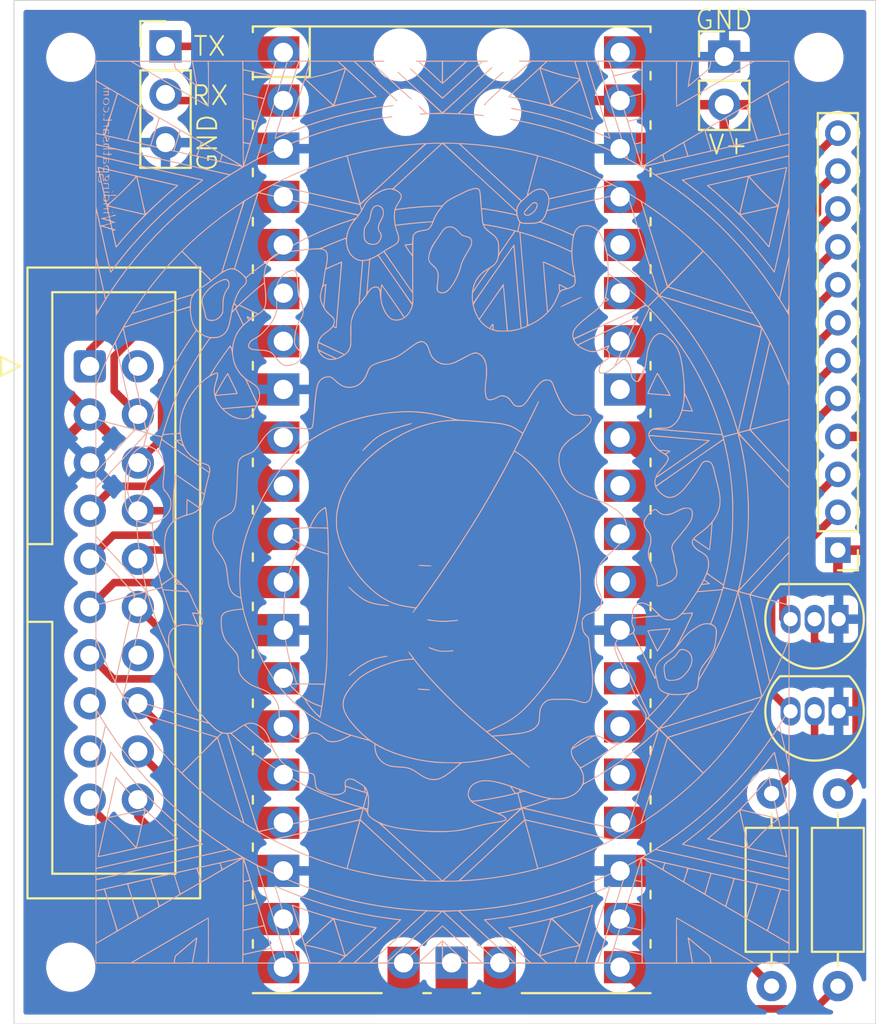
<source format=kicad_pcb>
(kicad_pcb (version 20240108) (generator "pcbnew") (generator_version "8.0")
  (layers (0 "F.Cu" signal) (31 "B.Cu" signal) (34 "B.Paste" user) (35 "F.Paste" user) (36 "B.SilkS" user "B.Silkscreen") (37 "F.SilkS" user "F.Silkscreen") (38 "B.Mask" user) (39 "F.Mask" user) (44 "Edge.Cuts" user))
  (net 0 "")
  (net 1 "Digit 3")
  (net 2 "B")
  (net 3 "Digit 8")
  (net 4 "Digit 7")
  (net 5 "+5V")
  (net 6 "Digit 4")
  (net 7 "A")
  (net 8 "PAPER HOLD BTN")
  (net 9 "RESET BTN")
  (net 11 "Digit 6")
  (net 12 "Digit 9")
  (net 13 "Digit 10")
  (net 14 "Digit 2")
  (net 15 "D")
  (net 16 "C")
  (net 17 "GND")
  (net 18 "Digit 1")
  (net 20 "Digit 5")
  (net 21 "COL 5")
  (net 22 "COL 4")
  (net 23 "COL 2")
  (net 24 "ROW 1")
  (net 25 "COL 3")
  (net 26 "COL 1")
  (net 27 "PEN BTN")
  (net 28 "ROW 2")
  (net 29 "PEN LED")
  (net 30 "PWR LED")
  (net 31 "UART RX")
  (net 32 "UART TX")
  (net 33 "Net-(Q1-B)")
  (net 34 "Net-(Q2-B)")
  (net 35 "PWR LED CTRL")
  (net 36 "PEN LED CTRL")
  (footprint "MountingHole:MountingHole_2.1mm" (layer "F.Cu") (at 124 120)
    (property "Reference" "REF**" (hide yes))
    (property "Value" "MountingHole_2.1mm" (hide yes))
    (pad "" np_thru_hole circle (at 0 0) (size 2.1 2.1) (drill 2.1) (layers "*.Cu" "*.Mask"))
  )
  (footprint "Resistor_THT:R_Axial_DIN0207_L6.3mm_D2.5mm_P10.16mm_Horizontal" (layer "F.Cu") (at 164.5 121 90)
    (property "Reference" "R1" (hide yes))
    (property "Value" "10K")
    (pad "1" thru_hole circle (at 0 0 90) (size 1.6 1.6) (drill 0.8) (layers "*.Cu" "*.Mask") (net 35 "PWR LED CTRL"))
    (pad "2" thru_hole oval (at 10.16 0 90) (size 1.6 1.6) (drill 0.8) (layers "*.Cu" "*.Mask") (net 33 "Net-(Q1-B)"))
  )
  (footprint "Package_TO_SOT_THT:TO-92_Inline" (layer "F.Cu") (at 164.54 101.64 180)
    (property "Reference" "Q1" (hide yes))
    (property "Value" "2N3904" (hide yes))
    (pad "1" thru_hole rect (at 0 0 180) (size 1.05 1.5) (drill 0.75) (layers "*.Cu" "*.Mask") (net 17 "GND"))
    (pad "2" thru_hole oval (at 1.27 0 180) (size 1.05 1.5) (drill 0.75) (layers "*.Cu" "*.Mask") (net 33 "Net-(Q1-B)"))
    (pad "3" thru_hole oval (at 2.54 0 180) (size 1.05 1.5) (drill 0.75) (layers "*.Cu" "*.Mask") (net 30 "PWR LED"))
  )
  (footprint "MCU_RaspberryPi_and_Boards:RPi_Pico_SMD_TH" (layer "F.Cu") (at 144.11 95.87)
    (property "Reference" "U1" (hide yes))
    (property "Value" "Pico")
    (pad "" np_thru_hole oval (at -2.725 -24) (size 1.8 1.8) (drill 1.8) (layers "*.Cu" "*.Mask"))
    (pad "" np_thru_hole oval (at -2.425 -20.97) (size 1.5 1.5) (drill 1.5) (layers "*.Cu" "*.Mask"))
    (pad "" np_thru_hole oval (at 2.425 -20.97) (size 1.5 1.5) (drill 1.5) (layers "*.Cu" "*.Mask"))
    (pad "" np_thru_hole oval (at 2.725 -24) (size 1.8 1.8) (drill 1.8) (layers "*.Cu" "*.Mask"))
    (pad "1" thru_hole oval (at -8.89 -24.13) (size 1.7 1.7) (drill 1.02) (layers "*.Cu" "*.Mask") (net 32 "UART TX"))
    (pad "1" smd rect (at -8.89 -24.13) (size 3.5 1.7) (drill (offset -0.9 0)) (layers "F.Cu" "F.Mask") (net 32 "UART TX"))
    (pad "2" thru_hole oval (at -8.89 -21.59) (size 1.7 1.7) (drill 1.02) (layers "*.Cu" "*.Mask") (net 31 "UART RX"))
    (pad "2" smd rect (at -8.89 -21.59) (size 3.5 1.7) (drill (offset -0.9 0)) (layers "F.Cu" "F.Mask") (net 31 "UART RX"))
    (pad "3" thru_hole rect (at -8.89 -19.05) (size 1.7 1.7) (drill 1.02) (layers "*.Cu" "*.Mask") (net 17 "GND"))
    (pad "3" smd rect (at -8.89 -19.05) (size 3.5 1.7) (drill (offset -0.9 0)) (layers "F.Cu" "F.Mask") (net 17 "GND"))
    (pad "4" thru_hole oval (at -8.89 -16.51) (size 1.7 1.7) (drill 1.02) (layers "*.Cu" "*.Mask") (net 8 "PAPER HOLD BTN"))
    (pad "4" smd rect (at -8.89 -16.51) (size 3.5 1.7) (drill (offset -0.9 0)) (layers "F.Cu" "F.Mask") (net 8 "PAPER HOLD BTN"))
    (pad "5" thru_hole oval (at -8.89 -13.97) (size 1.7 1.7) (drill 1.02) (layers "*.Cu" "*.Mask") (net 9 "RESET BTN"))
    (pad "5" smd rect (at -8.89 -13.97) (size 3.5 1.7) (drill (offset -0.9 0)) (layers "F.Cu" "F.Mask") (net 9 "RESET BTN"))
    (pad "6" thru_hole oval (at -8.89 -11.43) (size 1.7 1.7) (drill 1.02) (layers "*.Cu" "*.Mask") (net 2 "B"))
    (pad "6" smd rect (at -8.89 -11.43) (size 3.5 1.7) (drill (offset -0.9 0)) (layers "F.Cu" "F.Mask") (net 2 "B"))
    (pad "7" thru_hole oval (at -8.89 -8.89) (size 1.7 1.7) (drill 1.02) (layers "*.Cu" "*.Mask") (net 13 "Digit 10"))
    (pad "7" smd rect (at -8.89 -8.89) (size 3.5 1.7) (drill (offset -0.9 0)) (layers "F.Cu" "F.Mask") (net 13 "Digit 10"))
    (pad "8" thru_hole rect (at -8.89 -6.35) (size 1.7 1.7) (drill 1.02) (layers "*.Cu" "*.Mask") (net 17 "GND"))
    (pad "8" smd rect (at -8.89 -6.35) (size 3.5 1.7) (drill (offset -0.9 0)) (layers "F.Cu" "F.Mask") (net 17 "GND"))
    (pad "9" thru_hole oval (at -8.89 -3.81) (size 1.7 1.7) (drill 1.02) (layers "*.Cu" "*.Mask") (net 16 "C"))
    (pad "9" smd rect (at -8.89 -3.81) (size 3.5 1.7) (drill (offset -0.9 0)) (layers "F.Cu" "F.Mask") (net 16 "C"))
    (pad "10" thru_hole oval (at -8.89 -1.27) (size 1.7 1.7) (drill 1.02) (layers "*.Cu" "*.Mask") (net 12 "Digit 9"))
    (pad "10" smd rect (at -8.89 -1.27) (size 3.5 1.7) (drill (offset -0.9 0)) (layers "F.Cu" "F.Mask") (net 12 "Digit 9"))
    (pad "11" thru_hole oval (at -8.89 1.27) (size 1.7 1.7) (drill 1.02) (layers "*.Cu" "*.Mask") (net 15 "D"))
    (pad "11" smd rect (at -8.89 1.27) (size 3.5 1.7) (drill (offset -0.9 0)) (layers "F.Cu" "F.Mask") (net 15 "D"))
    (pad "12" thru_hole oval (at -8.89 3.81) (size 1.7 1.7) (drill 1.02) (layers "*.Cu" "*.Mask") (net 3 "Digit 8"))
    (pad "12" smd rect (at -8.89 3.81) (size 3.5 1.7) (drill (offset -0.9 0)) (layers "F.Cu" "F.Mask") (net 3 "Digit 8"))
    (pad "13" thru_hole rect (at -8.89 6.35) (size 1.7 1.7) (drill 1.02) (layers "*.Cu" "*.Mask") (net 17 "GND"))
    (pad "13" smd rect (at -8.89 6.35) (size 3.5 1.7) (drill (offset -0.9 0)) (layers "F.Cu" "F.Mask") (net 17 "GND"))
    (pad "14" thru_hole oval (at -8.89 8.89) (size 1.7 1.7) (drill 1.02) (layers "*.Cu" "*.Mask") (net 7 "A"))
    (pad "14" smd rect (at -8.89 8.89) (size 3.5 1.7) (drill (offset -0.9 0)) (layers "F.Cu" "F.Mask") (net 7 "A"))
    (pad "15" thru_hole oval (at -8.89 11.43) (size 1.7 1.7) (drill 1.02) (layers "*.Cu" "*.Mask") (net 4 "Digit 7"))
    (pad "15" smd rect (at -8.89 11.43) (size 3.5 1.7) (drill (offset -0.9 0)) (layers "F.Cu" "F.Mask") (net 4 "Digit 7"))
    (pad "16" thru_hole oval (at -8.89 13.97) (size 1.7 1.7) (drill 1.02) (layers "*.Cu" "*.Mask") (net 14 "Digit 2"))
    (pad "16" smd rect (at -8.89 13.97) (size 3.5 1.7) (drill (offset -0.9 0)) (layers "F.Cu" "F.Mask") (net 14 "Digit 2"))
    (pad "17" thru_hole oval (at -8.89 16.51) (size 1.7 1.7) (drill 1.02) (layers "*.Cu" "*.Mask") (net 6 "Digit 4"))
    (pad "17" smd rect (at -8.89 16.51) (size 3.5 1.7) (drill (offset -0.9 0)) (layers "F.Cu" "F.Mask") (net 6 "Digit 4"))
    (pad "18" thru_hole rect (at -8.89 19.05) (size 1.7 1.7) (drill 1.02) (layers "*.Cu" "*.Mask") (net 17 "GND"))
    (pad "18" smd rect (at -8.89 19.05) (size 3.5 1.7) (drill (offset -0.9 0)) (layers "F.Cu" "F.Mask") (net 17 "GND"))
    (pad "19" thru_hole oval (at -8.89 21.59) (size 1.7 1.7) (drill 1.02) (layers "*.Cu" "*.Mask") (net 1 "Digit 3"))
    (pad "19" smd rect (at -8.89 21.59) (size 3.5 1.7) (drill (offset -0.9 0)) (layers "F.Cu" "F.Mask") (net 1 "Digit 3"))
    (pad "20" thru_hole oval (at -8.89 24.13) (size 1.7 1.7) (drill 1.02) (layers "*.Cu" "*.Mask") (net 20 "Digit 5"))
    (pad "20" smd rect (at -8.89 24.13) (size 3.5 1.7) (drill (offset -0.9 0)) (layers "F.Cu" "F.Mask") (net 20 "Digit 5"))
    (pad "21" thru_hole oval (at 8.89 24.13) (size 1.7 1.7) (drill 1.02) (layers "*.Cu" "*.Mask") (net 35 "PWR LED CTRL"))
    (pad "21" smd rect (at 8.89 24.13) (size 3.5 1.7) (drill (offset 0.9 0)) (layers "F.Cu" "F.Mask") (net 35 "PWR LED CTRL"))
    (pad "22" thru_hole oval (at 8.89 21.59) (size 1.7 1.7) (drill 1.02) (layers "*.Cu" "*.Mask") (net 36 "PEN LED CTRL"))
    (pad "22" smd rect (at 8.89 21.59) (size 3.5 1.7) (drill (offset 0.9 0)) (layers "F.Cu" "F.Mask") (net 36 "PEN LED CTRL"))
    (pad "23" thru_hole rect (at 8.89 19.05) (size 1.7 1.7) (drill 1.02) (layers "*.Cu" "*.Mask") (net 17 "GND"))
    (pad "23" smd rect (at 8.89 19.05) (size 3.5 1.7) (drill (offset 0.9 0)) (layers "F.Cu" "F.Mask") (net 17 "GND"))
    (pad "24" thru_hole oval (at 8.89 16.51) (size 1.7 1.7) (drill 1.02) (layers "*.Cu" "*.Mask") (net 27 "PEN BTN"))
    (pad "24" smd rect (at 8.89 16.51) (size 3.5 1.7) (drill (offset 0.9 0)) (layers "F.Cu" "F.Mask") (net 27 "PEN BTN"))
    (pad "25" thru_hole oval (at 8.89 13.97) (size 1.7 1.7) (drill 1.02) (layers "*.Cu" "*.Mask") (net 26 "COL 1"))
    (pad "25" smd rect (at 8.89 13.97) (size 3.5 1.7) (drill (offset 0.9 0)) (layers "F.Cu" "F.Mask") (net 26 "COL 1"))
    (pad "26" thru_hole oval (at 8.89 11.43) (size 1.7 1.7) (drill 1.02) (layers "*.Cu" "*.Mask") (net 23 "COL 2"))
    (pad "26" smd rect (at 8.89 11.43) (size 3.5 1.7) (drill (offset 0.9 0)) (layers "F.Cu" "F.Mask") (net 23 "COL 2"))
    (pad "27" thru_hole oval (at 8.89 8.89) (size 1.7 1.7) (drill 1.02) (layers "*.Cu" "*.Mask") (net 25 "COL 3"))
    (pad "27" smd rect (at 8.89 8.89) (size 3.5 1.7) (drill (offset 0.9 0)) (layers "F.Cu" "F.Mask") (net 25 "COL 3"))
    (pad "28" thru_hole rect (at 8.89 6.35) (size 1.7 1.7) (drill 1.02) (layers "*.Cu" "*.Mask") (net 17 "GND"))
    (pad "28" smd rect (at 8.89 6.35) (size 3.5 1.7) (drill (offset 0.9 0)) (layers "F.Cu" "F.Mask") (net 17 "GND"))
    (pad "29" thru_hole oval (at 8.89 3.81) (size 1.7 1.7) (drill 1.02) (layers "*.Cu" "*.Mask") (net 22 "COL 4"))
    (pad "29" smd rect (at 8.89 3.81) (size 3.5 1.7) (drill (offset 0.9 0)) (layers "F.Cu" "F.Mask") (net 22 "COL 4"))
    (pad "30" thru_hole oval (at 8.89 1.27) (size 1.7 1.7) (drill 1.02) (layers "*.Cu" "*.Mask"))
    (pad "30" smd rect (at 8.89 1.27) (size 3.5 1.7) (drill (offset 0.9 0)) (layers "F.Cu" "F.Mask"))
    (pad "31" thru_hole oval (at 8.89 -1.27) (size 1.7 1.7) (drill 1.02) (layers "*.Cu" "*.Mask") (net 21 "COL 5"))
    (pad "31" smd rect (at 8.89 -1.27) (size 3.5 1.7) (drill (offset 0.9 0)) (layers "F.Cu" "F.Mask") (net 21 "COL 5"))
    (pad "32" thru_hole oval (at 8.89 -3.81) (size 1.7 1.7) (drill 1.02) (layers "*.Cu" "*.Mask") (net 24 "ROW 1"))
    (pad "32" smd rect (at 8.89 -3.81) (size 3.5 1.7) (drill (offset 0.9 0)) (layers "F.Cu" "F.Mask") (net 24 "ROW 1"))
    (pad "33" thru_hole rect (at 8.89 -6.35) (size 1.7 1.7) (drill 1.02) (layers "*.Cu" "*.Mask"))
    (pad "33" smd rect (at 8.89 -6.35) (size 3.5 1.7) (drill (offset 0.9 0)) (layers "F.Cu" "F.Mask"))
    (pad "34" thru_hole oval (at 8.89 -8.89) (size 1.7 1.7) (drill 1.02) (layers "*.Cu" "*.Mask") (net 28 "ROW 2"))
    (pad "34" smd rect (at 8.89 -8.89) (size 3.5 1.7) (drill (offset 0.9 0)) (layers "F.Cu" "F.Mask") (net 28 "ROW 2"))
    (pad "35" thru_hole oval (at 8.89 -11.43) (size 1.7 1.7) (drill 1.02) (layers "*.Cu" "*.Mask"))
    (pad "35" smd rect (at 8.89 -11.43) (size 3.5 1.7) (drill (offset 0.9 0)) (layers "F.Cu" "F.Mask"))
    (pad "36" thru_hole oval (at 8.89 -13.97) (size 1.7 1.7) (drill 1.02) (layers "*.Cu" "*.Mask"))
    (pad "36" smd rect (at 8.89 -13.97) (size 3.5 1.7) (drill (offset 0.9 0)) (layers "F.Cu" "F.Mask"))
    (pad "37" thru_hole oval (at 8.89 -16.51) (size 1.7 1.7) (drill 1.02) (layers "*.Cu" "*.Mask"))
    (pad "37" smd rect (at 8.89 -16.51) (size 3.5 1.7) (drill (offset 0.9 0)) (layers "F.Cu" "F.Mask"))
    (pad "38" thru_hole rect (at 8.89 -19.05) (size 1.7 1.7) (drill 1.02) (layers "*.Cu" "*.Mask") (net 17 "GND"))
    (pad "38" smd rect (at 8.89 -19.05) (size 3.5 1.7) (drill (offset 0.9 0)) (layers "F.Cu" "F.Mask") (net 17 "GND"))
    (pad "39" thru_hole oval (at 8.89 -21.59) (size 1.7 1.7) (drill 1.02) (layers "*.Cu" "*.Mask") (net 5 "+5V"))
    (pad "39" smd rect (at 8.89 -21.59) (size 3.5 1.7) (drill (offset 0.9 0)) (layers "F.Cu" "F.Mask") (net 5 "+5V"))
    (pad "40" thru_hole oval (at 8.89 -24.13) (size 1.7 1.7) (drill 1.02) (layers "*.Cu" "*.Mask"))
    (pad "40" smd rect (at 8.89 -24.13) (size 3.5 1.7) (drill (offset 0.9 0)) (layers "F.Cu" "F.Mask"))
    (pad "41" thru_hole oval (at -2.54 23.9) (size 1.7 1.7) (drill 1.02) (layers "*.Cu" "*.Mask"))
    (pad "41" smd rect (at -2.54 23.9 90) (size 3.5 1.7) (drill (offset -0.9 0)) (layers "F.Cu" "F.Mask"))
    (pad "42" thru_hole rect (at 0 23.9) (size 1.7 1.7) (drill 1.02) (layers "*.Cu" "*.Mask"))
    (pad "42" smd rect (at 0 23.9 90) (size 3.5 1.7) (drill (offset -0.9 0)) (layers "F.Cu" "F.Mask"))
    (pad "43" thru_hole oval (at 2.54 23.9) (size 1.7 1.7) (drill 1.02) (layers "*.Cu" "*.Mask"))
    (pad "43" smd rect (at 2.54 23.9 90) (size 3.5 1.7) (drill (offset -0.9 0)) (layers "F.Cu" "F.Mask"))
  )
  (footprint "Resistor_THT:R_Axial_DIN0207_L6.3mm_D2.5mm_P10.16mm_Horizontal" (layer "F.Cu") (at 161 121 90)
    (property "Reference" "R2" (hide yes))
    (property "Value" "10K")
    (pad "1" thru_hole circle (at 0 0 90) (size 1.6 1.6) (drill 0.8) (layers "*.Cu" "*.Mask") (net 36 "PEN LED CTRL"))
    (pad "2" thru_hole oval (at 10.16 0 90) (size 1.6 1.6) (drill 0.8) (layers "*.Cu" "*.Mask") (net 34 "Net-(Q2-B)"))
  )
  (footprint "Connector_PinHeader_2.54mm:PinHeader_1x02_P2.54mm_Vertical" (layer "F.Cu") (at 158.5 71.96)
    (property "Reference" "J4" (hide yes))
    (property "Value" "Conn_01x02" (hide yes))
    (pad "1" thru_hole rect (at 0 0) (size 1.7 1.7) (drill 1) (layers "*.Cu" "*.Mask") (net 17 "GND"))
    (pad "2" thru_hole oval (at 0 2.54) (size 1.7 1.7) (drill 1) (layers "*.Cu" "*.Mask") (net 5 "+5V"))
  )
  (footprint "MountingHole:MountingHole_2.1mm" (layer "F.Cu") (at 124 72)
    (property "Reference" "REF**" (hide yes))
    (property "Value" "MountingHole_2.1mm" (hide yes))
    (pad "" np_thru_hole circle (at 0 0) (size 2.1 2.1) (drill 2.1) (layers "*.Cu" "*.Mask"))
  )
  (footprint "Package_TO_SOT_THT:TO-92_Inline" (layer "F.Cu") (at 164.54 106.5 180)
    (property "Reference" "Q2" (hide yes))
    (property "Value" "2N3904" (hide yes))
    (pad "1" thru_hole rect (at 0 0 180) (size 1.05 1.5) (drill 0.75) (layers "*.Cu" "*.Mask") (net 17 "GND"))
    (pad "2" thru_hole oval (at 1.27 0 180) (size 1.05 1.5) (drill 0.75) (layers "*.Cu" "*.Mask") (net 34 "Net-(Q2-B)"))
    (pad "3" thru_hole oval (at 2.54 0 180) (size 1.05 1.5) (drill 0.75) (layers "*.Cu" "*.Mask") (net 29 "PEN LED"))
  )
  (footprint "Connector_IDC:IDC-Header_2x10_P2.54mm_Vertical" (layer "F.Cu") (at 125 88.3)
    (property "Reference" "J1" (hide yes))
    (property "Value" "Conn_02x10_Odd_Even" (hide yes))
    (pad "1" thru_hole roundrect (at 0 0) (size 1.7 1.7) (drill 1) (layers "*.Cu" "*.Mask") (roundrect_rratio 0.147059) (net 8 "PAPER HOLD BTN"))
    (pad "2" thru_hole circle (at 2.54 0) (size 1.7 1.7) (drill 1) (layers "*.Cu" "*.Mask"))
    (pad "3" thru_hole circle (at 0 2.54) (size 1.7 1.7) (drill 1) (layers "*.Cu" "*.Mask") (net 5 "+5V"))
    (pad "4" thru_hole circle (at 2.54 2.54) (size 1.7 1.7) (drill 1) (layers "*.Cu" "*.Mask") (net 9 "RESET BTN"))
    (pad "5" thru_hole circle (at 0 5.08) (size 1.7 1.7) (drill 1) (layers "*.Cu" "*.Mask") (net 17 "GND"))
    (pad "6" thru_hole circle (at 2.54 5.08) (size 1.7 1.7) (drill 1) (layers "*.Cu" "*.Mask") (net 2 "B"))
    (pad "7" thru_hole circle (at 0 7.62) (size 1.7 1.7) (drill 1) (layers "*.Cu" "*.Mask") (net 13 "Digit 10"))
    (pad "8" thru_hole circle (at 2.54 7.62) (size 1.7 1.7) (drill 1) (layers "*.Cu" "*.Mask") (net 16 "C"))
    (pad "9" thru_hole circle (at 0 10.16) (size 1.7 1.7) (drill 1) (layers "*.Cu" "*.Mask") (net 12 "Digit 9"))
    (pad "10" thru_hole circle (at 2.54 10.16) (size 1.7 1.7) (drill 1) (layers "*.Cu" "*.Mask") (net 15 "D"))
    (pad "11" thru_hole circle (at 0 12.7) (size 1.7 1.7) (drill 1) (layers "*.Cu" "*.Mask") (net 3 "Digit 8"))
    (pad "12" thru_hole circle (at 2.54 12.7) (size 1.7 1.7) (drill 1) (layers "*.Cu" "*.Mask") (net 7 "A"))
    (pad "13" thru_hole circle (at 0 15.24) (size 1.7 1.7) (drill 1) (layers "*.Cu" "*.Mask") (net 4 "Digit 7"))
    (pad "14" thru_hole circle (at 2.54 15.24) (size 1.7 1.7) (drill 1) (layers "*.Cu" "*.Mask") (net 18 "Digit 1"))
    (pad "15" thru_hole circle (at 0 17.78) (size 1.7 1.7) (drill 1) (layers "*.Cu" "*.Mask") (net 11 "Digit 6"))
    (pad "16" thru_hole circle (at 2.54 17.78) (size 1.7 1.7) (drill 1) (layers "*.Cu" "*.Mask") (net 14 "Digit 2"))
    (pad "17" thru_hole circle (at 0 20.32) (size 1.7 1.7) (drill 1) (layers "*.Cu" "*.Mask"))
    (pad "18" thru_hole circle (at 2.54 20.32) (size 1.7 1.7) (drill 1) (layers "*.Cu" "*.Mask") (net 6 "Digit 4"))
    (pad "19" thru_hole circle (at 0 22.86) (size 1.7 1.7) (drill 1) (layers "*.Cu" "*.Mask") (net 20 "Digit 5"))
    (pad "20" thru_hole circle (at 2.54 22.86) (size 1.7 1.7) (drill 1) (layers "*.Cu" "*.Mask") (net 1 "Digit 3"))
  )
  (footprint "MountingHole:MountingHole_2.1mm" (layer "F.Cu") (at 163.5 72)
    (property "Reference" "REF**" (hide yes))
    (property "Value" "MountingHole_2.1mm" (hide yes))
    (pad "" np_thru_hole circle (at 0 0) (size 2.1 2.1) (drill 2.1) (layers "*.Cu" "*.Mask"))
  )
  (footprint "Connector_PinHeader_2.54mm:PinHeader_1x03_P2.54mm_Vertical" (layer "F.Cu") (at 129 71.42)
    (property "Reference" "J3" (hide yes))
    (property "Value" "Conn_01x03" (hide yes))
    (pad "1" thru_hole rect (at 0 0) (size 1.7 1.7) (drill 1) (layers "*.Cu" "*.Mask") (net 32 "UART TX"))
    (pad "2" thru_hole oval (at 0 2.54) (size 1.7 1.7) (drill 1) (layers "*.Cu" "*.Mask") (net 31 "UART RX"))
    (pad "3" thru_hole oval (at 0 5.08) (size 1.7 1.7) (drill 1) (layers "*.Cu" "*.Mask") (net 17 "GND"))
  )
  (footprint "Connector_PinHeader_2.00mm:PinHeader_1x12_P2.00mm_Vertical" (layer "F.Cu") (at 164.5 98 180)
    (property "Reference" "J2" (hide yes))
    (property "Value" "Conn_01x12" (hide yes))
    (pad "1" thru_hole rect (at 0 0 180) (size 1.35 1.35) (drill 0.8) (layers "*.Cu" "*.Mask") (net 5 "+5V"))
    (pad "2" thru_hole oval (at 0 2 180) (size 1.35 1.35) (drill 0.8) (layers "*.Cu" "*.Mask") (net 30 "PWR LED"))
    (pad "3" thru_hole oval (at 0 4 180) (size 1.35 1.35) (drill 0.8) (layers "*.Cu" "*.Mask") (net 29 "PEN LED"))
    (pad "4" thru_hole oval (at 0 6 180) (size 1.35 1.35) (drill 0.8) (layers "*.Cu" "*.Mask") (net 5 "+5V"))
    (pad "5" thru_hole oval (at 0 8 180) (size 1.35 1.35) (drill 0.8) (layers "*.Cu" "*.Mask") (net 27 "PEN BTN"))
    (pad "6" thru_hole oval (at 0 10 180) (size 1.35 1.35) (drill 0.8) (layers "*.Cu" "*.Mask") (net 26 "COL 1"))
    (pad "7" thru_hole oval (at 0 12 180) (size 1.35 1.35) (drill 0.8) (layers "*.Cu" "*.Mask") (net 23 "COL 2"))
    (pad "8" thru_hole oval (at 0 14 180) (size 1.35 1.35) (drill 0.8) (layers "*.Cu" "*.Mask") (net 25 "COL 3"))
    (pad "9" thru_hole oval (at 0 16 180) (size 1.35 1.35) (drill 0.8) (layers "*.Cu" "*.Mask") (net 22 "COL 4"))
    (pad "10" thru_hole oval (at 0 18 180) (size 1.35 1.35) (drill 0.8) (layers "*.Cu" "*.Mask") (net 21 "COL 5"))
    (pad "11" thru_hole oval (at 0 20 180) (size 1.35 1.35) (drill 0.8) (layers "*.Cu" "*.Mask") (net 24 "ROW 1"))
    (pad "12" thru_hole oval (at 0 22 180) (size 1.35 1.35) (drill 0.8) (layers "*.Cu" "*.Mask") (net 28 "ROW 2"))
  )
  (footprint "LOGO" (layer "B.Cu") (at 143.7 96 90)
    (property "Reference" "G***" (hide yes))
    (property "Value" "LOGO" (hide yes))
  )
  (gr_rect (start 121 69) (end 166.5 123) (stroke (width 0.05)) (fill none) (layer "Edge.Cuts"))
  (gr_text "TX" (at 130.4 72 0) (layer "F.SilkS") (effects (font (size 1 1) (thickness 0.1)) (justify left bottom)))
  (gr_text "GND" (at 131.8 78.1 90) (layer "F.SilkS") (effects (font (size 1 1) (thickness 0.1)) (justify left bottom)))
  (gr_text "V+" (at 157.6 77.2 0) (layer "F.SilkS") (effects (font (size 1 1) (thickness 0.1)) (justify left bottom)))
  (gr_text "RX" (at 130.3 74.6 0) (layer "F.SilkS") (effects (font (size 1 1) (thickness 0.1)) (justify left bottom)))
  (gr_text "GND" (at 156.9 70.6 0) (layer "F.SilkS") (effects (font (size 1 1) (thickness 0.1)) (justify left bottom)))
  (segment (start 127.54 112.04) (end 127.54 111.16) (width 0.4) (layer "F.Cu") (net 1))
  (segment (start 132.96 117.46) (end 127.54 112.04) (width 0.4) (layer "F.Cu") (net 1))
  (segment (start 135.22 117.46) (end 132.96 117.46) (width 0.4) (layer "F.Cu") (net 1))
  (segment (start 133.46 84.44) (end 128.79 89.11) (width 0.4) (layer "F.Cu") (net 2))
  (segment (start 128.79 89.11) (end 128.79 92.13) (width 0.4) (layer "F.Cu") (net 2))
  (segment (start 135.22 84.44) (end 133.46 84.44) (width 0.4) (layer "F.Cu") (net 2))
  (segment (start 128.79 92.13) (end 127.54 93.38) (width 0.4) (layer "F.Cu") (net 2))
  (segment (start 131.82 99.68) (end 131.79 99.71) (width 0.4) (layer "F.Cu") (net 3))
  (segment (start 126.29 99.71) (end 125 101) (width 0.4) (layer "F.Cu") (net 3))
  (segment (start 131.79 99.71) (end 126.29 99.71) (width 0.4) (layer "F.Cu") (net 3))
  (segment (start 135.22 99.68) (end 131.82 99.68) (width 0.4) (layer "F.Cu") (net 3))
  (segment (start 129.29 104.79) (end 126.25 104.79) (width 0.4) (layer "F.Cu") (net 4))
  (segment (start 135.22 107.3) (end 131.8 107.3) (width 0.4) (layer "F.Cu") (net 4))
  (segment (start 131.8 107.3) (end 129.29 104.79) (width 0.4) (layer "F.Cu") (net 4))
  (segment (start 126.25 104.79) (end 125 103.54) (width 0.4) (layer "F.Cu") (net 4))
  (segment (start 131.3 112.38) (end 127.54 108.62) (width 0.4) (layer "F.Cu") (net 6))
  (segment (start 135.22 112.38) (end 131.3 112.38) (width 0.4) (layer "F.Cu") (net 6))
  (segment (start 135.22 104.76) (end 131.3 104.76) (width 0.4) (layer "F.Cu") (net 7))
  (segment (start 131.3 104.76) (end 127.54 101) (width 0.4) (layer "F.Cu") (net 7))
  (segment (start 125 87.45) (end 125 88.3) (width 0.4) (layer "F.Cu") (net 8))
  (segment (start 133.09 79.36) (end 125 87.45) (width 0.4) (layer "F.Cu") (net 8))
  (segment (start 135.22 79.36) (end 133.09 79.36) (width 0.4) (layer "F.Cu") (net 8))
  (segment (start 126.29 89.59) (end 127.54 90.84) (width 0.4) (layer "F.Cu") (net 9))
  (segment (start 126.29 87.782233) (end 126.29 89.59) (width 0.4) (layer "F.Cu") (net 9))
  (segment (start 135.22 81.9) (end 132.172233 81.9) (width 0.4) (layer "F.Cu") (net 9))
  (segment (start 132.172233 81.9) (end 126.29 87.782233) (width 0.4) (layer "F.Cu") (net 9))
  (segment (start 134.29 93.67) (end 135.22 94.6) (width 0.4) (layer "F.Cu") (net 12))
  (segment (start 131.748528 94.6) (end 129.138528 97.21) (width 0.4) (layer "F.Cu") (net 12))
  (segment (start 135.22 94.6) (end 131.748528 94.6) (width 0.4) (layer "F.Cu") (net 12))
  (segment (start 129.138528 97.21) (end 126.25 97.21) (width 0.4) (layer "F.Cu") (net 12))
  (segment (start 126.25 97.21) (end 125 98.46) (width 0.4) (layer "F.Cu") (net 12))
  (segment (start 133.46 86.98) (end 129.39 91.05) (width 0.4) (layer "F.Cu") (net 13))
  (segment (start 126.29 94.63) (end 125 95.92) (width 0.4) (layer "F.Cu") (net 13))
  (segment (start 129.39 93.297767) (end 128.057767 94.63) (width 0.4) (layer "F.Cu") (net 13))
  (segment (start 129.39 91.05) (end 129.39 93.297767) (width 0.4) (layer "F.Cu") (net 13))
  (segment (start 128.057767 94.63) (end 126.29 94.63) (width 0.4) (layer "F.Cu") (net 13))
  (segment (start 135.22 86.98) (end 133.46 86.98) (width 0.4) (layer "F.Cu") (net 13))
  (segment (start 135.22 109.84) (end 131.3 109.84) (width 0.4) (layer "F.Cu") (net 14))
  (segment (start 131.3 109.84) (end 127.54 106.08) (width 0.4) (layer "F.Cu") (net 14))
  (segment (start 128.01 97.99) (end 127.54 98.46) (width 0.4) (layer "F.Cu") (net 15))
  (segment (start 134.37 97.99) (end 128.01 97.99) (width 0.4) (layer "F.Cu") (net 15))
  (segment (start 135.22 97.14) (end 134.37 97.99) (width 0.4) (layer "F.Cu") (net 15))
  (segment (start 135.22 92.06) (end 133.44 92.06) (width 0.4) (layer "F.Cu") (net 16))
  (segment (start 134.9 92.38) (end 135.22 92.06) (width 0.4) (layer "F.Cu") (net 16))
  (segment (start 129.58 95.92) (end 127.54 95.92) (width 0.4) (layer "F.Cu") (net 16))
  (segment (start 133.44 92.06) (end 129.58 95.92) (width 0.4) (layer "F.Cu") (net 16))
  (segment (start 133.5 120) (end 125 111.5) (width 0.4) (layer "F.Cu") (net 20))
  (segment (start 135.22 120) (end 133.5 120) (width 0.4) (layer "F.Cu") (net 20))
  (segment (start 133.34 120) (end 135.22 120) (width 0.4) (layer "F.Cu") (net 20))
  (segment (start 125 111.5) (end 125 111.16) (width 0.4) (layer "F.Cu") (net 20))
  (segment (start 164.5 80) (end 157.1 87.4) (width 0.4) (layer "F.Cu") (net 21))
  (segment (start 154.76 94.6) (end 153 94.6) (width 0.4) (layer "F.Cu") (net 21))
  (segment (start 157.1 92.26) (end 154.76 94.6) (width 0.4) (layer "F.Cu") (net 21))
  (segment (start 157.1 87.4) (end 157.1 92.26) (width 0.4) (layer "F.Cu") (net 21))
  (segment (start 164.5 82) (end 157.7 88.8) (width 0.4) (layer "F.Cu") (net 22))
  (segment (start 157.7 88.8) (end 157.7 96.74) (width 0.4) (layer "F.Cu") (net 22))
  (segment (start 157.7 96.74) (end 154.76 99.68) (width 0.4) (layer "F.Cu") (net 22))
  (segment (start 154.76 99.68) (end 153 99.68) (width 0.4) (layer "F.Cu") (net 22))
  (segment (start 154.76 107.3) (end 153 107.3) (width 0.4) (layer "F.Cu") (net 23))
  (segment (start 164.5 86) (end 158.9 91.6) (width 0.4) (layer "F.Cu") (net 23))
  (segment (start 158.9 103.16) (end 154.76 107.3) (width 0.4) (layer "F.Cu") (net 23))
  (segment (start 158.9 91.6) (end 158.9 103.16) (width 0.4) (layer "F.Cu") (net 23))
  (segment (start 153.845736 92.905736) (end 153 92.06) (width 0.4) (layer "F.Cu") (net 24))
  (segment (start 155.605736 92.905736) (end 153.845736 92.905736) (width 0.4) (layer "F.Cu") (net 24))
  (segment (start 163.425 79.075) (end 163.425 80.226472) (width 0.4) (layer "F.Cu") (net 24))
  (segment (start 163.425 80.226472) (end 156.5 87.151472) (width 0.4) (layer "F.Cu") (net 24))
  (segment (start 156.5 92.011472) (end 155.605736 92.905736) (width 0.4) (layer "F.Cu") (net 24))
  (segment (start 156.5 87.151472) (end 156.5 92.011472) (width 0.4) (layer "F.Cu") (net 24))
  (segment (start 164.5 78) (end 163.425 79.075) (width 0.4) (layer "F.Cu") (net 24))
  (segment (start 154.76 104.76) (end 153 104.76) (width 0.4) (layer "F.Cu") (net 25))
  (segment (start 164.5 84) (end 158.3 90.2) (width 0.4) (layer "F.Cu") (net 25))
  (segment (start 158.3 101.22) (end 154.76 104.76) (width 0.4) (layer "F.Cu") (net 25))
  (segment (start 158.3 90.2) (end 158.3 101.22) (width 0.4) (layer "F.Cu") (net 25))
  (segment (start 159.5 105) (end 154.66 109.84) (width 0.4) (layer "F.Cu") (net 26))
  (segment (start 154.66 109.84) (end 153 109.84) (width 0.4) (layer "F.Cu") (net 26))
  (segment (start 159.5 93) (end 159.5 105) (width 0.4) (layer "F.Cu") (net 26))
  (segment (start 164.5 88) (end 159.5 93) (width 0.4) (layer "F.Cu") (net 26))
  (segment (start 154.76 112.38) (end 153 112.38) (width 0.4) (layer "F.Cu") (net 27))
  (segment (start 160.1 94.4) (end 160.1 107.04) (width 0.4) (layer "F.Cu") (net 27))
  (segment (start 164.5 90) (end 160.1 94.4) (width 0.4) (layer "F.Cu") (net 27))
  (segment (start 160.1 107.04) (end 154.76 112.38) (width 0.4) (layer "F.Cu") (net 27))
  (segment (start 154.76 86.98) (end 153 86.98) (width 0.4) (layer "F.Cu") (net 28))
  (segment (start 156.05 85.69) (end 154.76 86.98) (width 0.4) (layer "F.Cu") (net 28))
  (segment (start 156.05 84.45) (end 156.05 85.69) (width 0.4) (layer "F.Cu") (net 28))
  (segment (start 164.5 76) (end 156.05 84.45) (width 0.4) (layer "F.Cu") (net 28))
  (segment (start 162 106.5) (end 161 105.5) (width 0.4) (layer "F.Cu") (net 29))
  (segment (start 161 105.5) (end 161 97.5) (width 0.4) (layer "F.Cu") (net 29))
  (segment (start 161 97.5) (end 164.5 94) (width 0.4) (layer "F.Cu") (net 29))
  (segment (start 161.64 101.64) (end 161.6 101.6) (width 0.4) (layer "F.Cu") (net 30))
  (segment (start 162 101.64) (end 161.64 101.64) (width 0.4) (layer "F.Cu") (net 30))
  (segment (start 161.6 98.9) (end 164.5 96) (width 0.4) (layer "F.Cu") (net 30))
  (segment (start 161.6 101.6) (end 161.6 98.9) (width 0.4) (layer "F.Cu") (net 30))
  (segment (start 135.22 74.28) (end 129.32 74.28) (width 0.4) (layer "F.Cu") (net 31))
  (segment (start 129.32 74.28) (end 129 73.96) (width 0.4) (layer "F.Cu") (net 31))
  (segment (start 132.26 71.74) (end 131.94 71.42) (width 0.4) (layer "F.Cu") (net 32))
  (segment (start 131.94 71.42) (end 129 71.42) (width 0.4) (layer "F.Cu") (net 32))
  (segment (start 135.22 71.74) (end 132.26 71.74) (width 0.4) (layer "F.Cu") (net 32))
  (segment (start 164.5 110.84) (end 165.465 109.875) (width 0.4) (layer "F.Cu") (net 33))
  (segment (start 163.27 102.77) (end 163.27 101.64) (width 0.4) (layer "F.Cu") (net 33))
  (segment (start 165.465 104.965) (end 163.27 102.77) (width 0.4) (layer "F.Cu") (net 33))
  (segment (start 165.465 109.875) (end 165.465 104.965) (width 0.4) (layer "F.Cu") (net 33))
  (segment (start 163.27 108.57) (end 163.27 106.5) (width 0.4) (layer "F.Cu") (net 34))
  (segment (start 161 110.84) (end 163.27 108.57) (width 0.4) (layer "F.Cu") (net 34))
  (segment (start 163.3 122.2) (end 164.5 121) (width 0.4) (layer "F.Cu") (net 35))
  (segment (start 155.2 122.2) (end 163.3 122.2) (width 0.4) (layer "F.Cu") (net 35))
  (segment (start 153 120) (end 155.2 122.2) (width 0.4) (layer "F.Cu") (net 35))
  (segment (start 161 121) (end 157.46 117.46) (width 0.4) (layer "F.Cu") (net 36))
  (segment (start 157.46 117.46) (end 153 117.46) (width 0.4) (layer "F.Cu") (net 36))
  (zone (net 5) (net_name "+5V") (layer "F.Cu") (connect_pads (clearance 0.5)) (min_thickness 0.25) (fill yes (thermal_gap 0.5) (thermal_bridge_width 0.5))
    (polygon (pts (xy 121 69) (xy 166.5 69) (xy 166.5 123) (xy 121 123)))
  )
  (zone (net 17) (net_name "GND") (layer "B.Cu") (priority 1) (connect_pads (clearance 0.5)) (min_thickness 0.25) (fill yes (thermal_gap 0.5) (thermal_bridge_width 0.5))
    (polygon (pts (xy 121 69) (xy 166.5 69) (xy 166.5 123) (xy 121 123)))
  )
)
</source>
